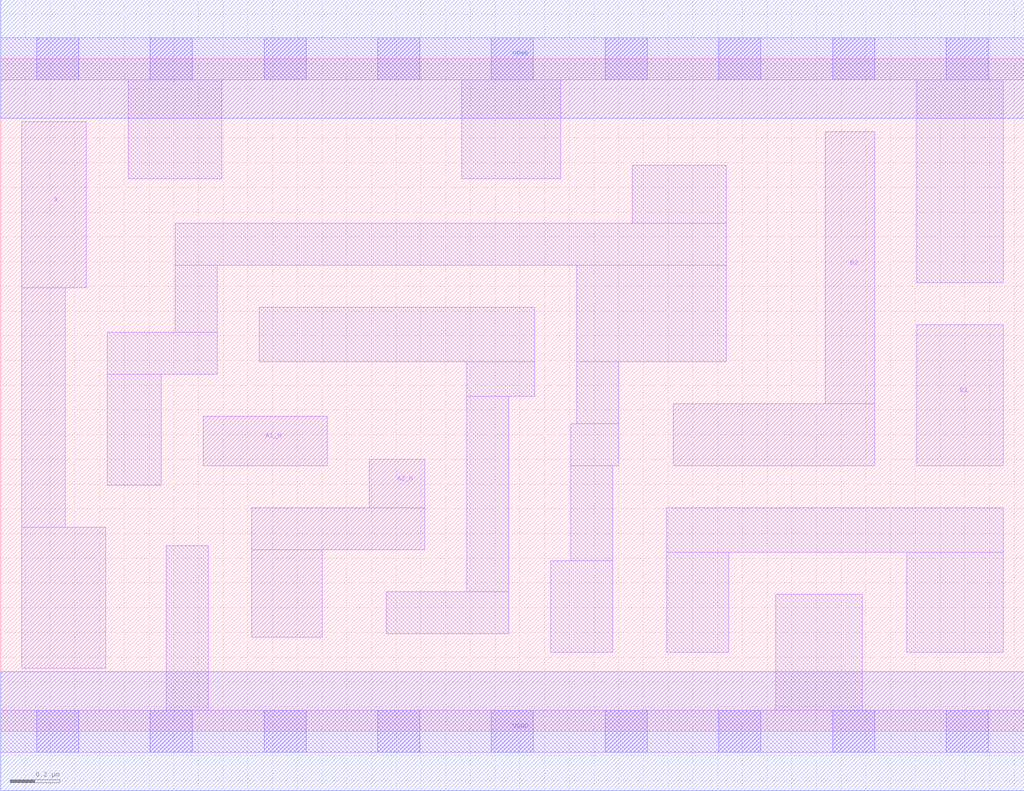
<source format=lef>
# Copyright 2020 The SkyWater PDK Authors
#
# Licensed under the Apache License, Version 2.0 (the "License");
# you may not use this file except in compliance with the License.
# You may obtain a copy of the License at
#
#     https://www.apache.org/licenses/LICENSE-2.0
#
# Unless required by applicable law or agreed to in writing, software
# distributed under the License is distributed on an "AS IS" BASIS,
# WITHOUT WARRANTIES OR CONDITIONS OF ANY KIND, either express or implied.
# See the License for the specific language governing permissions and
# limitations under the License.
#
# SPDX-License-Identifier: Apache-2.0

VERSION 5.7 ;
BUSBITCHARS "[]" ;
DIVIDERCHAR "/" ;
PROPERTYDEFINITIONS
  MACRO maskLayoutSubType STRING ;
  MACRO prCellType STRING ;
  MACRO originalViewName STRING ;
END PROPERTYDEFINITIONS
MACRO sky130_fd_sc_hdll__o2bb2a_1
  ORIGIN  0.000000  0.000000 ;
  CLASS CORE ;
  SYMMETRY X Y R90 ;
  SIZE  4.140000 BY  2.720000 ;
  SITE unithd ;
  PIN A1_N
    ANTENNAGATEAREA  0.138600 ;
    DIRECTION INPUT ;
    USE SIGNAL ;
    PORT
      LAYER li1 ;
        RECT 0.820000 1.075000 1.320000 1.275000 ;
    END
  END A1_N
  PIN A2_N
    ANTENNAGATEAREA  0.138600 ;
    DIRECTION INPUT ;
    USE SIGNAL ;
    PORT
      LAYER li1 ;
        RECT 1.015000 0.380000 1.300000 0.735000 ;
        RECT 1.015000 0.735000 1.715000 0.905000 ;
        RECT 1.490000 0.905000 1.715000 1.100000 ;
    END
  END A2_N
  PIN B1
    ANTENNAGATEAREA  0.138600 ;
    DIRECTION INPUT ;
    USE SIGNAL ;
    PORT
      LAYER li1 ;
        RECT 3.705000 1.075000 4.055000 1.645000 ;
    END
  END B1
  PIN B2
    ANTENNAGATEAREA  0.138600 ;
    DIRECTION INPUT ;
    USE SIGNAL ;
    PORT
      LAYER li1 ;
        RECT 2.720000 1.075000 3.535000 1.325000 ;
        RECT 3.335000 1.325000 3.535000 2.425000 ;
    END
  END B2
  PIN X
    ANTENNADIFFAREA  0.471500 ;
    DIRECTION OUTPUT ;
    USE SIGNAL ;
    PORT
      LAYER li1 ;
        RECT 0.085000 0.255000 0.425000 0.825000 ;
        RECT 0.085000 0.825000 0.260000 1.795000 ;
        RECT 0.085000 1.795000 0.345000 2.465000 ;
    END
  END X
  PIN VGND
    DIRECTION INOUT ;
    USE GROUND ;
    PORT
      LAYER met1 ;
        RECT 0.000000 -0.240000 4.140000 0.240000 ;
    END
  END VGND
  PIN VPWR
    DIRECTION INOUT ;
    USE POWER ;
    PORT
      LAYER met1 ;
        RECT 0.000000 2.480000 4.140000 2.960000 ;
    END
  END VPWR
  OBS
    LAYER li1 ;
      RECT 0.000000 -0.085000 4.140000 0.085000 ;
      RECT 0.000000  2.635000 4.140000 2.805000 ;
      RECT 0.430000  0.995000 0.650000 1.445000 ;
      RECT 0.430000  1.445000 0.875000 1.615000 ;
      RECT 0.515000  2.235000 0.895000 2.635000 ;
      RECT 0.670000  0.085000 0.840000 0.750000 ;
      RECT 0.705000  1.615000 0.875000 1.885000 ;
      RECT 0.705000  1.885000 2.935000 2.055000 ;
      RECT 1.045000  1.495000 2.160000 1.715000 ;
      RECT 1.560000  0.395000 2.055000 0.565000 ;
      RECT 1.865000  2.235000 2.265000 2.635000 ;
      RECT 1.885000  0.565000 2.055000 1.355000 ;
      RECT 1.885000  1.355000 2.160000 1.495000 ;
      RECT 2.225000  0.320000 2.475000 0.690000 ;
      RECT 2.305000  0.690000 2.475000 1.075000 ;
      RECT 2.305000  1.075000 2.500000 1.245000 ;
      RECT 2.330000  1.245000 2.500000 1.495000 ;
      RECT 2.330000  1.495000 2.935000 1.885000 ;
      RECT 2.555000  2.055000 2.935000 2.290000 ;
      RECT 2.695000  0.320000 2.945000 0.725000 ;
      RECT 2.695000  0.725000 4.055000 0.905000 ;
      RECT 3.135000  0.085000 3.485000 0.555000 ;
      RECT 3.665000  0.320000 4.055000 0.725000 ;
      RECT 3.705000  1.815000 4.055000 2.635000 ;
    LAYER mcon ;
      RECT 0.145000 -0.085000 0.315000 0.085000 ;
      RECT 0.145000  2.635000 0.315000 2.805000 ;
      RECT 0.605000 -0.085000 0.775000 0.085000 ;
      RECT 0.605000  2.635000 0.775000 2.805000 ;
      RECT 1.065000 -0.085000 1.235000 0.085000 ;
      RECT 1.065000  2.635000 1.235000 2.805000 ;
      RECT 1.525000 -0.085000 1.695000 0.085000 ;
      RECT 1.525000  2.635000 1.695000 2.805000 ;
      RECT 1.985000 -0.085000 2.155000 0.085000 ;
      RECT 1.985000  2.635000 2.155000 2.805000 ;
      RECT 2.445000 -0.085000 2.615000 0.085000 ;
      RECT 2.445000  2.635000 2.615000 2.805000 ;
      RECT 2.905000 -0.085000 3.075000 0.085000 ;
      RECT 2.905000  2.635000 3.075000 2.805000 ;
      RECT 3.365000 -0.085000 3.535000 0.085000 ;
      RECT 3.365000  2.635000 3.535000 2.805000 ;
      RECT 3.825000 -0.085000 3.995000 0.085000 ;
      RECT 3.825000  2.635000 3.995000 2.805000 ;
  END
  PROPERTY maskLayoutSubType "abstract" ;
  PROPERTY prCellType "standard" ;
  PROPERTY originalViewName "layout" ;
END sky130_fd_sc_hdll__o2bb2a_1
END LIBRARY

</source>
